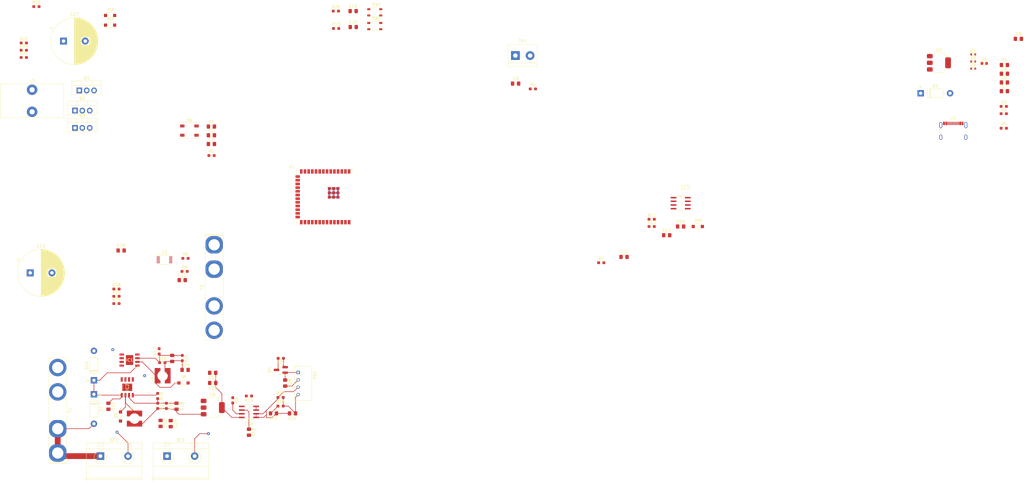
<source format=kicad_pcb>
(kicad_pcb (version 20240108) (generator "pcbnew") (generator_version "8.0")
  (layers (0 "F.Cu" signal) (31 "B.Cu" signal) (34 "B.Paste" user) (35 "F.Paste" user) (36 "B.SilkS" user "B.Silkscreen") (37 "F.SilkS" user "F.Silkscreen") (38 "B.Mask" user) (39 "F.Mask" user) (44 "Edge.Cuts" user))
  (net 0 "")
  (net 1 "GND")
  (net 2 "Net-(BT1-+)")
  (net 3 "CHIP_PU")
  (net 4 "VCC_3V3")
  (net 5 "Net-(D2-K)")
  (net 6 "GPIO18")
  (net 7 "A3")
  (net 8 "Net-(D14-K)")
  (net 9 "A2")
  (net 10 "Net-(C13-Pad1)")
  (net 11 "+12V")
  (net 12 "Net-(U4-FILTER)")
  (net 13 "GPIO0")
  (net 14 "VCC_5V")
  (net 15 "Net-(IC2-FB)")
  (net 16 "Net-(IC1-FB)")
  (net 17 "Net-(Q2-S)")
  (net 18 "Net-(U5-VB)")
  (net 19 "Net-(PS1-+VOUT)")
  (net 20 "Net-(D11-K)")
  (net 21 "Net-(C27-Pad1)")
  (net 22 "Net-(PS1--VIN(GND))")
  (net 23 "A1")
  (net 24 "Net-(D1-A)")
  (net 25 "D-")
  (net 26 "D+")
  (net 27 "Net-(D5-A)")
  (net 29 "RGB")
  (net 30 "Net-(D7-A)")
  (net 31 "Net-(IC2-SW)")
  (net 32 "Net-(IC1-SW)")
  (net 33 "Net-(D11-A)")
  (net 34 "Net-(Q2-G)")
  (net 35 "Net-(U5-HO)")
  (net 36 "Net-(Q3-G)")
  (net 37 "Net-(U5-LO)")
  (net 39 "Net-(J1-CC1)")
  (net 40 "Net-(J1-CC2)")
  (net 42 "Net-(Q1-D)")
  (net 43 "GPIO17")
  (net 44 "Net-(R10-Pad2)")
  (net 45 "Net-(U4-VIOUT)")
  (net 46 "GPIO16")
  (net 47 "GPIO15")
  (net 56 "SCL")
  (net 62 "SDA")
  (net 77 "A0")
  (footprint "Resistor_SMD:R_0603_1608Metric_Pad0.98x0.95mm_HandSolder" (layer "F.Cu") (at 122 143.5 180)
    (property "Reference" "R27")
    (property "Value" "10K" (hide yes))
  )
  (footprint "Package_TO_SOT_THT:TO-220-3_Vertical" (layer "F.Cu") (at 50.96 63.96)
    (property "Reference" "Q3")
    (property "Value" "CSD19505")
  )
  (footprint "Resistor_SMD:R_0603_1608Metric_Pad0.98x0.95mm_HandSolder" (layer "F.Cu") (at 209 50.5)
    (property "Reference" "R4")
    (property "Value" "10K")
  )
  (footprint "footprints:SW_PTS810_SJM_250_SMTR_LFS" (layer "F.Cu") (at 154.425 24.075)
    (property "Reference" "SW1")
    (property "Value" "PTS810_SJM_250_SMTR_LFS")
  )
  (footprint "Capacitor_SMD:C_0805_2012Metric_Pad1.18x1.45mm_HandSolder" (layer "F.Cu") (at 255.19 101.01)
    (property "Reference" "C14")
    (property "Value" "100nF")
  )
  (footprint "footprints:CONV_TBA_1-1212" (layer "F.Cu") (at 129.65 152.19 -90)
    (property "Reference" "PS1")
    (property "Value" "TBA_1-1212")
  )
  (footprint "Resistor_SMD:R_0603_1608Metric_Pad0.98x0.95mm_HandSolder" (layer "F.Cu") (at 65.27 122.09)
    (property "Reference" "R29")
    (property "Value" "1K")
  )
  (footprint "Package_TO_SOT_SMD:SOT-223-3_TabPin2" (layer "F.Cu") (at 349.15 41.5)
    (property "Reference" "U2")
    (property "Value" "AMS1117-3.3")
  )
  (footprint "footprints:SOIC127P600X175-9N" (layer "F.Cu") (at 69 153.5 90)
    (property "Reference" "IC2")
    (property "Value" "XL7005A")
  )
  (footprint "Capacitor_SMD:C_0805_2012Metric_Pad1.18x1.45mm_HandSolder" (layer "F.Cu") (at 111 169 -90)
    (property "Reference" "C15")
    (property "Value" "2.2uF" (hide yes))
  )
  (footprint "Resistor_SMD:R_0603_1608Metric_Pad0.98x0.95mm_HandSolder" (layer "F.Cu") (at 33.295 37.16)
    (property "Reference" "R23")
    (property "Value" "100")
  )
  (footprint "RF_Module:ESP32-S3-WROOM-2" (layer "F.Cu") (at 140.32 87.75 -90)
    (property "Reference" "U1")
    (property "Value" "ESP32-S3-WROOM-2")
  )
  (footprint "Resistor_SMD:R_0603_1608Metric_Pad0.98x0.95mm_HandSolder" (layer "F.Cu") (at 80 141.0875 -90)
    (property "Reference" "R17")
    (property "Value" "1K" (hide yes))
  )
  (footprint "Capacitor_SMD:C_0805_2012Metric_Pad1.18x1.45mm_HandSolder" (layer "F.Cu") (at 80.5 165.9625 -90)
    (property "Reference" "C22")
    (property "Value" "100uF" (hide yes))
  )
  (footprint "Resistor_SMD:R_0603_1608Metric_Pad0.98x0.95mm_HandSolder" (layer "F.Cu") (at 81.0875 145)
    (property "Reference" "R16")
    (property "Value" "15K" (hide yes))
  )
  (footprint "Resistor_SMD:R_0603_1608Metric_Pad0.98x0.95mm_HandSolder" (layer "F.Cu") (at 79.5 159.9125 -90)
    (property "Reference" "R14")
    (property "Value" "15K")
  )
  (footprint "LED_SMD:LED_SK6812_PLCC4_5.0x5.0mm_P3.2mm" (layer "F.Cu") (at 90.45 64.9)
    (property "Reference" "D6")
    (property "Value" "SK6812")
  )
  (footprint "footprints:SODFL3718X102N" (layer "F.Cu") (at 265.925 98)
    (property "Reference" "D10")
    (property "Value" "SS310LW")
  )
  (footprint "Resistor_SMD:R_0603_1608Metric_Pad0.98x0.95mm_HandSolder" (layer "F.Cu") (at 371.53 59.065)
    (property "Reference" "R3")
    (property "Value" "5K1")
  )
  (footprint "footprints:SOIC127P600X175-8N" (layer "F.Cu") (at 260.0169 89.9412)
    (property "Reference" "U5")
    (property "Value" "IR2104")
  )
  (footprint "Resistor_SMD:R_0603_1608Metric_Pad0.98x0.95mm_HandSolder" (layer "F.Cu") (at 121.9125 157 180)
    (property "Reference" "R19")
    (property "Value" "10K" (hide yes))
  )
  (footprint "Capacitor_SMD:C_0805_2012Metric_Pad1.18x1.45mm_HandSolder" (layer "F.Cu") (at 66.88 106.28)
    (property "Reference" "C29")
    (property "Value" "100nF")
  )
  (footprint "Resistor_SMD:R_0603_1608Metric_Pad0.98x0.95mm_HandSolder" (layer "F.Cu") (at 371.53 64.085)
    (property "Reference" "R5")
    (property "Value" "75")
  )
  (footprint "Capacitor_SMD:C_0805_2012Metric_Pad1.18x1.45mm_HandSolder" (layer "F.Cu") (at 147 29.15)
    (property "Reference" "C25")
    (property "Value" "0u1F")
  )
  (footprint "TerminalBlock:TerminalBlock_bornier-2_P5.08mm" (layer "F.Cu") (at 202.96 39)
    (property "Reference" "TH1")
    (property "Value" "Thermistor_NTC")
  )
  (footprint "Resistor_SMD:R_0603_1608Metric_Pad0.98x0.95mm_HandSolder" (layer "F.Cu") (at 65.27 119.58)
    (property "Reference" "R28")
    (property "Value" "47K")
  )
  (footprint "Resistor_SMD:R_0603_1608Metric_Pad0.98x0.95mm_HandSolder" (layer "F.Cu") (at 82.5 159.9125 -90)
    (property "Reference" "R20")
    (property "Value" "15K" (hide yes))
  )
  (footprint "Capacitor_SMD:C_0805_2012Metric_Pad1.18x1.45mm_HandSolder" (layer "F.Cu") (at 84 166.0375 -90)
    (property "Reference" "C24")
    (property "Value" "4.7uF" (hide yes))
  )
  (footprint "footprints:SODFL3718X102N" (layer "F.Cu") (at 63.075 28.5)
    (property "Reference" "D13")
    (property "Value" "SS310LW")
  )
  (footprint "TerminalBlock_MetzConnect:TerminalBlock_MetzConnect_Type703_RT10N02HGLU_1x02_P9.52mm_Horizontal" (layer "F.Cu") (at 82.74 177.25)
    (property "Reference" "BT1")
    (property "Value" "0-50V")
  )
  (footprint "Resistor_SMD:R_0603_1608Metric_Pad0.98x0.95mm_HandSolder" (layer "F.Cu") (at 232.5875 110.51)
    (property "Reference" "R7")
    (property "Value" "100K")
  )
  (footprint "Capacitor_SMD:C_0805_2012Metric_Pad1.18x1.45mm_HandSolder" (layer "F.Cu") (at 98.5 148.5 180)
    (property "Reference" "C17")
    (property "Value" "4.7uF")
  )
  (footprint "footprints:IND_SRR4028-101Y" (layer "F.Cu") (at 81.205 149.5 90)
    (property "Reference" "L2")
    (property "Value" "100uH" (hide yes))
  )
  (footprint "Capacitor_SMD:C_0805_2012Metric_Pad1.18x1.45mm_HandSolder" (layer "F.Cu") (at 98.0375 63.5)
    (property "Reference" "C1")
    (property "Value" "1uF")
  )
  (footprint "Resistor_SMD:R_0603_1608Metric_Pad0.98x0.95mm_HandSolder" (layer "F.Cu") (at 65.27 124.6)
    (property "Reference" "R30")
    (property "Value" "47K")
  )
  (footprint "Capacitor_THT:CP_Radial_D16.0mm_P7.50mm" (layer "F.Cu") (at 47 34)
    (property "Reference" "C27")
    (property "Value" "470uF")
  )
  (footprint "Diode_THT:D_DO-41_SOD81_P10.16mm_Horizontal" (layer "F.Cu") (at 57.5 151.08 90)
    (property "Reference" "D14")
    (property "Value" "1N4007")
  )
  (footprint "Resistor_SMD:R_0603_1608Metric_Pad0.98x0.95mm_HandSolder" (layer "F.Cu") (at 37.645 22.1)
    (property "Reference" "R25")
    (property "Value" "100K")
  )
  (footprint "Resistor_SMD:R_0603_1608Metric_Pad0.98x0.95mm_HandSolder" (layer "F.Cu") (at 141 23.65)
    (property "Reference" "R26")
    (property "Value" "10K")
  )
  (footprint "Inductor_THT:L_Toroid_Vertical_L21.6mm_W11.4mm_P7.62mm_Pulse_KM-3" (layer "F.Cu") (at 36.15 50.8)
    (property "Reference" "L3")
    (property "Value" "60uH")
  )
  (footprint "Diode_SMD:D_SOD-523" (layer "F.Cu") (at 361 41.05)
    (property "Reference" "D3")
    (property "Value" "LESD5D5.0CT1G")
  )
  (footprint "Resistor_SMD:R_0603_1608Metric_Pad0.98x0.95mm_HandSolder" (layer "F.Cu") (at 371.53 56.555)
    (property "Reference" "R2")
    (property "Value" "5K1")
  )
  (footprint "Capacitor_SMD:C_0805_2012Metric_Pad1.18x1.45mm_HandSolder" (layer "F.Cu") (at 86 160.0375 90)
    (property "Reference" "C18")
    (property "Value" "33nF" (hide yes))
  )
  (footprint "Capacitor_SMD:C_0805_2012Metric_Pad1.18x1.45mm_HandSolder" (layer "F.Cu") (at 126.0375 162.5 180)
    (property "Reference" "C21")
    (property "Value" "100nF" (hide yes))
  )
  (footprint "footprints:SW_PTS810_SJM_250_SMTR_LFS" (layer "F.Cu") (at 154.425 28.825)
    (property "Reference" "SW2")
    (property "Value" "PTS810_SJM_250_SMTR_LFS")
  )
  (footprint "Diode_SMD:D_SOD-523" (layer "F.Cu") (at 361 38.6)
    (property "Reference" "D1")
    (property "Value" "LESD5D5.0CT1G")
  )
  (footprint "LED_SMD:LED_0805_2012Metric_Pad1.15x1.40mm_HandSolder" (layer "F.Cu") (at 119.475 162.5 180)
    (property "Reference" "D11")
    (property "Value" "LED" (hide yes))
  )
  (footprint "Capacitor_SMD:C_0805_2012Metric_Pad1.18x1.45mm_HandSolder" (layer "F.Cu") (at 146.9625 23.65)
    (property "Reference" "C16")
    (property "Value" "0u1F")
  )
  (footprint "Capacitor_SMD:C_0805_2012Metric_Pad1.18x1.45mm_HandSolder" (layer "F.Cu") (at 98.0375 69.52)
    (property "Reference" "C3")
    (property "Value" "0u1F")
  )
  (footprint "Capacitor_SMD:C_0805_2012Metric_Pad1.18x1.45mm_HandSolder" (layer "F.Cu") (at 88.9625 147.5)
    (property "Reference" "C23")
    (property "Value" "100uF" (hide yes))
  )
  (footprint "footprints:SOIC127P600X175-8N" (layer "F.Cu") (at 111 162 180)
    (property "Reference" "U4")
    (property "Value" "ACS712ELCTR30AT" (hide yes))
  )
  (footprint "Resistor_SMD:R_0603_1608Metric_Pad0.98x0.95mm_HandSolder" (layer "F.Cu") (at 79.5 156.5 -90)
    (property "Reference" "R15")
    (property "Value" "1K")
  )
  (footprint "Package_TO_SOT_SMD:SOT-23_Handsoldering" (layer "F.Cu") (at 122 147.5 180)
    (property "Reference" "Q4")
    (property "Value" "Si2306" (hide yes))
  )
  (footprint "Capacitor_SMD:C_0805_2012Metric_Pad1.18x1.45mm_HandSolder" (layer "F.Cu") (at 87.9625 116.5)
    (property "Reference" "C12")
    (property "Value" "2.2uF")
  )
  (footprint "Package_TO_SOT_THT:TO-220-3_Vertical" (layer "F.Cu") (at 50.96 58)
    (property "Reference" "Q2")
    (property "Value" "CSD19505")
  )
  (footprint "TerminalBlock_MetzConnect:TerminalBlock_MetzConnect_Type703_RT10N02HGLU_1x02_P9.52mm_Horizontal" (layer "F.Cu") (at 59.74 177.25)
    (property "Reference" "SC1")
    (property "Value" "15V-80V")
  )
  (footprint "Package_SO:TSSOP-10_3x3mm_P0.5mm" (layer "F.Cu") (at 81.85 109.5)
    (property "Reference" "U3")
    (property "Value" "ADS1015IDGS")
  )
  (footprint "Capacitor_SMD:C_0805_2012Metric_Pad1.18x1.45mm_HandSolder" (layer "F.Cu") (at 371.76 42.255)
    (property "Reference" "C4")
    (property "Value" "10uF")
  )
  (footprint "Resistor_SMD:R_0603_1608Metric_Pad0.98x0.95mm_HandSolder" (layer "F.Cu") (at 250 98.01)
    (property "Reference" "R12")
    (property "Value" "10K")
  )
  (footprint "footprints:SOIC127P600X175-9N" (layer "F.Cu") (at 69.788 144.095 180)
    (property "Reference" "IC1")
    (property "Value" "XL7005A")
  )
  (footprint "Capacitor_SMD:C_0805_2012Metric_Pad1.18x1.45mm_HandSolder" (layer "F.Cu") (at 62.5 160.0375 -90)
    (property "Reference" "C11")
    (property "Value" "47uF" (hide yes))
  )
  (footprint "Resistor_SMD:R_0603_1608Metric_Pad0.98x0.95mm_HandSolder" (layer "F.Cu") (at 89.0875 109)
    (property "Reference" "R6")
    (property "Value" "100K")
  )
  (footprint "Resistor_SMD:R_0603_1608Metric_Pad0.98x0.95mm_HandSolder" (layer "F.Cu") (at 111 156.5 180)
    (property "Reference" "R10")
    (property "Value" "10K" (hide yes))
  )
  (footprint "Capacitor_SMD:C_0805_2012Metric_Pad1.18x1.45mm_HandSolder" (layer "F.Cu") (at 260 98)
    (property "Reference" "C20")
    (property "Value" "10uF")
  )
  (footprint "Resistor_SMD:R_0603_1608Metric_Pad0.98x0.95mm_HandSolder" (layer "F.Cu") (at 121.9125 160 180)
    (property "Reference" "R18")
    (property "Value" "10K" (hide yes))
  )
  (footprint "Capacitor_SMD:C_0805_2012Metric_Pad1.18x1.45mm_HandSolder" (layer "F.Cu") (at 240.4625 108.5)
    (property "Reference" "C10")
    (property "Value" "100nF")
  )
  (footprint "Resistor_SMD:R_0603_1608Metric_Pad0.98x0.95mm_HandSolder" (layer "F.Cu") (at 88 143.4125 -90)
    (property "Reference" "R21")
    (property "Value" "15K" (hide yes))
  )
  (footprint "Resistor_SMD:R_0603_1608Metric_Pad0.98x0.95mm_HandSolder" (layer "F.Cu") (at 33.295 39.67)
    (property "Reference" "R24")
    (property "Value" "100K")
  )
  (footprint "Resistor_SMD:R_0603_1608Metric_Pad0.98x0.95mm_HandSolder" (layer "F.Cu") (at 98.0875 73.5)
    (property "Reference" "R1")
    (property "Value" "10K")
  )
  (footprint "Resistor_SMD:R_0603_1608Metric_Pad0.98x0.95mm_HandSolder" (layer "F.Cu") (at 33.295 34.65)
    (property "Reference" "R22")
    (property "Value" "100")
  )
  (footprint "Package_TO_SOT_THT:TO-220-3_Vertical" (layer "F.Cu") (at 52.46 51.04)
    (property "Reference" "Q1")
    (property "Value" "CSD19505")
  )
  (footprint "Capacitor_SMD:C_0805_2012Metric_Pad1.18x1.45mm_HandSolder" (layer "F.Cu") (at 371.76 51.285)
    (property "Reference" "C7")
    (property "Value" "10uF")
  )
  (footprint "LED_SMD:LED_0603_1608Metric" (layer "F.Cu") (at 364.815 41.71)
    (property "Reference" "D5")
    (property "Value" "PWERLED")
  )
  (footprint "Diode_SMD:D_SOD-523" (layer "F.Cu") (at 361 43.5)
    (property "Reference" "D4")
    (property "Value" "LESD5D5.0CT1G")
  )
  (footprint "Diode_THT:D_DO-41_SOD81_P10.16mm_Horizontal" (layer "F.Cu") (at 57.5 155.92 -90)
    (property "Reference" "D7")
    (property "Value" "1N4007")
  )
  (footprint "footprints:SODFL3718X102N" (layer "F.Cu") (at 63.075 25.15)
    (property "Reference" "D12")
    (property "Value" "SS310LW")
  )
  (footprint "Capacitor_THT:CP_Radial_D16.0mm_P7.50mm" (layer "F.Cu") (at 35.5 114)
    (property "Reference" "C13")
    (property "Value" "470uF")
  )
  (footprint "Fuse:Fuseholder_Keystone_3555-2" (layer "F.Cu") (at 99 104.3175 -90)
    (property "Reference" "F2")
    (property "Value" "35A")
  )
  (footprint "Resistor_SMD:R_0603_1608Metric_Pad0.98x0.95mm_HandSolder" (layer "F.Cu") (at 88.7875 113.5)
    (property "Reference" "R8")
    (property "Value" "1K" (hide yes))
  )
  (footprint "Connector_USB:USB_C_Receptacle_GCT_USB4105-xx-A_16P_TopMnt_Horizontal" (layer "F.Cu") (at 354.11 66.105)
    (property "Reference" "J1")
    (property "Value" "USB_C_Receptacle_USB2.0_16P")
  )
  (footprint "Diode_THT:D_DO-41_SOD81_P10.16mm_Horizontal" (layer "F.Cu") (at 342.84 52)
    (property "Reference" "D2")
    (property "Value" "1N5819")
  )
  (footprint "Capacitor_SMD:C_0805_2012Metric_Pad1.18x1.45mm_HandSolder" (layer "F.Cu") (at 98.0375 66.51)
    (property "Reference" "C2")
    (property "Value" "10uF")
  )
  (footprint "Capacitor_SMD:C_0805_2012Metric_Pad1.18x1.45mm_HandSolder" (layer "F.Cu") (at 371.76 48.275)
    (property "Reference" "C6")
    (property "Value" "0u1F")
  )
  (footprint "Capacitor_SMD:C_0805_2012Metric_Pad1.18x1.45mm_HandSolder" (layer "F.Cu") (at 376.57 33.225)
    (property "Reference" "C8")
    (property "Value" "0u1F")
  )
  (footprint "Resistor_SMD:R_0603_1608Metric_Pad0.98x0.95mm_HandSolder" (layer "F.Cu") (at 105.4125 158 -90)
    (property "Reference" "R9")
    (property "Value" "3.3K" (hide yes))
  )
  (footprint "footprints:IND_SRR4028-101Y" (layer "F.Cu") (at 71.5 164.295)
    (property "Reference" "L1")
    (property "Value" "100uH")
  )
  (footprint "footprints:SODFL3718X102N" (layer "F.Cu") (at 66.6625 163.575 -90)
    (property "Reference" "D8")
    (property "Value" "SS310LW" (hide yes))
  )
  (footprint "footprints:SODFL3718X102N" (layer "F.Cu") (at 88.425 152)
    (property "Reference" "D9")
    (property "Value" "SS310LW")
  )
  (footprint "Resistor_SMD:R_0603_1608Metric_Pad0.98x0.95mm_HandSolder" (layer "F.Cu") (at 250 95.5)
    (property "Reference" "R11")
    (property "Value" "10K")
  )
  (footprint "Capacitor_SMD:C_0805_2012Metric_Pad1.18x1.45mm_HandSolder" (layer "F.Cu") (at 203.04 48.66)
    (property "Reference" "C9")
    (property "Value" "100uF")
  )
  (footprint "Resistor_SMD:R_0603_1608Metric_Pad0.98x0.95mm_HandSolder" (layer "F.Cu") (at 141.0875 29.65)
    (property "Reference" "R13")
    (property "Value" "10K")
  )
  (footprint "Capacitor_SMD:C_0805_2012Metric_Pad1.18x1.45mm_HandSolder" (layer "F.Cu") (at 98.5 152 180)
    (property "Reference" "C26")
    (property "Value" "4.7uF" (hide yes))
  )
  (footprint "Fuse:Fuseholder_Keystone_3555-2" (layer "F.Cu") (at 45 176.1825 90)
    (property "Reference" "F1")
    (property "Value" "35A")
  )
  (footprint "Package_TO_SOT_SMD:SOT-223-3_TabPin2" (layer "F.Cu") (at 98.5 160.5)
    (property "Reference" "U6")
    (property "Value" "AMS1117-5.0" (hide yes))
  )
  (footprint "Capacitor_SMD:C_0805_2012Metric_Pad1.18x1.45mm_HandSolder" (layer "F.Cu") (at 123.5 152.0375 -90)
    (property "Reference" "C28")
    (property "Value" "100nF" (hide yes))
  )
  (footprint "Capacitor_SMD:C_0805_2012Metric_Pad1.18x1.45mm_HandSolder" (layer "F.Cu") (at 371.76 45.265)
    (property "Reference" "C5")
    (property "Value" "10uF")
  )
  (footprint "Capacitor_SMD:C_0805_2012Metric_Pad1.18x1.45mm_HandSolder" (layer "F.Cu") (at 84.5 143.5375 90)
    (property "Reference" "C19" (hide yes))
    (property "Value" "33nF" (hide yes))
  )
  (segment (start 121.0875 143.5) (end 121.0875 146.9125) (width 0.2) (layer "F.Cu") (net 1))
  (segment (start 65.5 169) (end 69.26 172.76) (width 0.2) (layer "F.Cu") (net 1))
  (segment (start 97 169.5) (end 94 169.5) (width 0.2) (layer "F.Cu") (net 1))
  (segment (start 121.0875 146.9125) (end 120.5 147.5) (width 0.2) (layer "F.Cu") (net 1))
  (segment (start 78.8755 156.212) (end 79.5 155.5875) (width 0.2) (layer "F.Cu") (net 1))
  (segment (start 69.26 172.76) (end 69.26 177.25) (width 0.2) (layer "F.Cu") (net 1))
  (segment (start 94 169.5) (end 92.26 171.24) (width 0.2) (layer "F.Cu") (net 1))
  (segment (start 92.26 171.24) (end 92.26 177.25) (width 0.2) (layer "F.Cu") (net 1))
  (segment (start 70.905 156.212) (end 78.8755 156.212) (width 0.2) (layer "F.Cu") (net 1))
  (via (at 75 149.5) (size 1) (drill 0.4) (layers "F.Cu" "B.Cu") (net 1))
  (via (at 64 140.5) (size 1) (drill 0.4) (layers "F.Cu" "B.Cu") (net 1))
  (via (at 97 169.5) (size 1) (drill 0.4) (layers "F.Cu" "B.Cu") (net 1))
  (via (at 65.5 169) (size 1) (drill 0.4) (layers "F.Cu" "B.Cu") (net 1))
  (segment (start 85.175 144.325) (end 88 144.325) (width 0.2) (layer "F.Cu") (net 4))
  (segment (start 82 145) (end 82 148) (width 0.2) (layer "F.Cu") (net 4))
  (segment (start 82 148) (end 83.5 149.5) (width 0.2) (layer "F.Cu") (net 4))
  (segment (start 84.5 144.575) (end 82.425 144.575) (width 0.2) (layer "F.Cu") (net 4))
  (segment (start 82.425 144.575) (end 82 145) (width 0.2) (layer "F.Cu") (net 4))
  (segment (start 84.925 144.575) (end 85.175 144.325) (width 0.2) (layer "F.Cu") (net 4))
  (segment (start 88 147.425) (end 87.925 147.5) (width 0.2) (layer "F.Cu") (net 4))
  (segment (start 88 144.325) (end 88 147.425) (width 0.2) (layer "F.Cu") (net 4))
  (segment (start 84.5 144.575) (end 84.925 144.575) (width 0.2) (layer "F.Cu") (net 4))
  (segment (start 57.5 151.08) (end 59.5 151.08) (width 0.2) (layer "F.Cu") (net 8))
  (segment (start 64 157.5) (end 62.5 159) (width 0.2) (layer "F.Cu") (net 8))
  (segment (start 67.095 156.905) (end 66.5 157.5) (width 0.2) (layer "F.Cu") (net 8))
  (segment (start 67.095 156.212) (end 67.095 156.905) (width 0.2) (layer "F.Cu") (net 8))
  (segment (start 67.095 156.212) (end 66.788 156.212) (width 0.2) (layer "F.Cu") (net 8))
  (segment (start 57.792 156.212) (end 57.5 155.92) (width 0.2) (layer "F.Cu") (net 8))
  (segment (start 62.08 148.5) (end 70 148.5) (width 0.2) (layer "F.Cu") (net 8))
  (segment (start 66.5 157.5) (end 64 157.5) (width 0.2) (layer "F.Cu") (net 8))
  (segment (start 59.5 151.08) (end 62.08 148.5) (width 0.2) (layer "F.Cu") (net 8))
  (segment (start 57.5 155.92) (end 57.5 151.08) (width 0.2) (layer "F.Cu") (net 8))
  (segment (start 70 148.5) (end 72.5 146) (width 0.2) (layer "F.Cu") (net 8))
  (segment (start 67.095 156.212) (end 57.792 156.212) (width 0.2) (layer "F.Cu") (net 8))
  (segment (start 113.4638 160.095) (end 113.4638 161.365) (width 0.2) (layer "F.Cu") (net 10))
  (segment (start 86.8 162.8) (end 95.35 162.8) (width 0.2) (layer "F.Cu") (net 11))
  (segment (start 73.735 166.59) (end 79.5 160.825) (width 0.2) (layer "F.Cu") (net 11))
  (segment (start 82.5 160.825) (end 79.5 160.825) (width 0.2) (layer "F.Cu") (net 11))
  (segment (start 128 150.92) (end 125.845 153.075) (width 0.2) (layer "F.Cu") (net 11))
  (segment (start 83.325 160.825) (end 83.575 161.075) (width 0.2) (layer "F.Cu") (net 11))
  (segment (start 86 161.075) (end 86 162) (width 0.2) (layer "F.Cu") (net 11))
  (segment (start 125.845 153.075) (end 123.5 153.075) (width 0.2) (layer "F.Cu") (net 11))
  (segment (start 82.5 160.825) (end 83.325 160.825) (width 0.2) (layer "F.Cu") (net 11))
  (segment (start 86 162) (end 86.8 162.8) (width 0.2) (layer "F.Cu") (net 11))
  (segment (start 71.5 166.59) (end 73.735 166.59) (width 0.2) (layer "F.Cu") (net 11))
  (segment (start 83.575 161.075) (end 86 161.075) (width 0.2) (layer "F.Cu") (net 11))
  (segment (start 111 162) (end 111 167.9625) (width 0.2) (layer "F.Cu") (net 12))
  (segment (start 110.365 161.365) (end 111 162) (width 0.2) (layer "F.Cu") (net 12))
  (segment (start 108.5362 161.365) (end 110.365 161.365) (width 0.2) (layer "F.Cu") (net 12))
  (segment (start 101.65 160.5) (end 105.055 163.905) (width 0.2) (layer "F.Cu") (net 14))
  (segment (start 101.65 155.65) (end 101.65 160.5) (width 0.2) (layer "F.Cu") (net 14))
  (segment (start 99.5375 148.5) (end 99.5375 152) (width 0.2) (layer "F.Cu") (net 14))
  (segment (start 99.5375 153.5375) (end 101.65 155.65) (width 0.2) (layer "F.Cu") (net 14))
  (segment (start 105.055 163.905) (end 108.5362 163.905) (width 0.2) (layer "F.Cu") (net 14))
  (segment (start 99.5375 152) (end 99.5375 153.5375) (width 0.2) (layer "F.Cu") (net 14))
  (segment (start 71.4605 159) (end 69.635 157.1745) (width 0.2) (layer "F.Cu") (net 15))
  (segment (start 69.635 157.1745) (end 69.635 156.212) (width 0.2) (layer "F.Cu") (net 15))
  (segment (start 82.5 159) (end 79.5 159) (width 0.2) (layer "F.Cu") (net 15))
  (segment (start 79.5 159) (end 79.5 157.4125) (width 0.2) (layer "F.Cu") (net 15))
  (segment (start 82.5 159) (end 86 159) (width 0.2) (layer "F.Cu") (net 15))
  (segment (start 79.5 159) (end 71.4605 159) (width 0.2) (layer "F.Cu") (net 15))
  (segment (start 80.175 142) (end 80.175 145) (width 0.2) (layer "F.Cu") (net 16))
  (segment (start 72.5 143.46) (end 78.635 143.46) (width 0.2) (layer "F.Cu") (net 16))
  (segment (start 78.635 143.46) (end 80.175 145) (width 0.2) (layer "F.Cu") (net 16))
  (segment (start 84.5 142.5) (end 80.5 142.5) (width 0.2) (layer "F.Cu") (net 16))
  (segment (start 80.5 142.5) (end 80 142) (width 0.2) (layer "F.Cu") (net 16))
  (segment (start 84.5 142.5) (end 88 142.5) (width 0.2) (layer "F.Cu") (net 16))
  (segment (start 122.825 157) (end 122.825 160) (width 0.2) (layer "F.Cu") (net 19))
  (segment (start 124.575 160) (end 127.075 162.5) (width 0.2) (layer "F.Cu") (net 19))
  (segment (start 127.075 162.5) (end 127.075 156.925) (width 0.2) (layer "F.Cu") (net 19))
  (segment (start 122.825 160) (end 124.575 160) (width 0.2) (layer "F.Cu") (net 19))
  (segment (start 127.075 156.925) (end 128 156) (width 0.2) (layer "F.Cu") (net 19))
  (segment (start 113.4638 162.635) (end 115.865 162.635) (width 0.2) (layer "F.Cu") (net 20))
  (segment (start 120.5 162.5) (end 119 164) (width 0.2) (layer "F.Cu") (net 20))
  (segment (start 113.4638 163.905) (end 113.4638 162.635) (width 0.2) (layer "F.Cu") (net 20))
  (segment (start 117 163) (end 117 161.5) (width 0.2) (layer "F.Cu") (net 20))
  (segment (start 125 162.5) (end 120.5 162.5) (width 0.2) (layer "F.Cu") (net 20))
  (segment (start 113.4638 163.905) (end 116.095 163.905) (width 0.2) (layer "F.Cu") (net 20))
  (segment (start 121 157.5) (end 121 157) (width 0.2) (layer "F.Cu") (net 20))
  (segment (start 116.095 163.905) (end 117 163) (width 0.2) (layer "F.Cu") (net 20))
  (segment (start 117 161.5) (end 121 157.5) (width 0.2) (layer "F.Cu") (net 20))
  (segment (start 123 155) (end 121 157) (width 0.2) (layer "F.Cu") (net 20))
  (segment (start 126.46 155) (end 123 155) (width 0.2) (layer "F.Cu") (net 20))
  (segment (start 119 164) (end 117 164) (width 0.2) (layer "F.Cu") (net 20))
  (segment (start 115.865 162.635) (end 117 161.5) (width 0.2) (layer "F.Cu") (net 20))
  (segment (start 128 153.46) (end 126.46 155) (width 0.2) (layer "F.Cu") (net 20))
  (segment (start 117 164) (end 117 163) (width 0.2) (layer "F.Cu") (net 20))
  (segment (start 128 148.38) (end 123.57 148.38) (width 0.2) (layer "F.Cu") (net 22))
  (segment (start 123.57 148.38) (end 123.5 148.45) (width 0.2) (layer "F.Cu") (net 22))
  (segment (start 123.5 151) (end 123.5 148.45) (width 0.2) (layer "F.Cu") (net 22))
  (segment (start 45 167.7825) (end 55.7975 167.7825) (width 0.2) (layer "F.Cu") (net 30))
  (segment (start 55.7975 167.7825) (end 57.5 166.08) (width 0.2) (layer "F.Cu") (net 30))
  (segment (start 45 176.1825) (end 45 167.7825) (width 2) (layer "F.Cu") (net 30))
  (segment (start 46.0675 177.25) (end 45 176.1825) (width 0.2) (layer "F.Cu") (net 30))
  (segment (start 59.74 177.25) (end 46.0675 177.25) (width 2) (layer "F.Cu") (net 30))
  (segment (start 66.6625 162) (end 68.365 160.2975) (width 0.2) (layer "F.Cu") (net 31))
  (segment (start 68.365 158.865) (end 71.5 162) (width 0.2) (layer "F.Cu") (net 31))
  (segment (start 68.365 160.2975) (end 68.365 156.212) (width 0.2) (layer "F.Cu") (net 31))
  (segment (start 68.365 156.212) (end 68.365 158.865) (width 0.2) (layer "F.Cu") (net 31))
  (segment (start 72.5 144.73) (end 74.14 144.73) (width 0.2) (layer "F.Cu") (net 32))
  (segment (start 85.5 152) (end 84 153.5) (width 0.2) (layer "F.Cu") (net 32))
  (segment (start 74.14 144.73) (end 78.91 149.5) (width 0.2) (layer "F.Cu") (net 32))
  (segment (start 78.91 149.5) (end 78.91 152.155) (width 0.2) (layer "F.Cu") (net 32))
  (segment (start 86.85 152) (end 85.5 152) (width 0.2) (layer "F.Cu") (net 32))
  (segment (start 78.91 152.155) (end 80.255 153.5) (width 0.2) (layer "F.Cu") (net 32))
  (segment (start 80.255 153.5) (end 84 153.5) (width 0.2) (layer "F.Cu") (net 32))
  (segment (start 118.5 162.5) (end 121 160) (width 0.2) (layer "F.Cu") (net 33))
  (segment (start 118.45 162.5) (end 118.5 162.5) (width 0.2) (layer "F.Cu") (net 33))
  (segment (start 123.5 146.55) (end 122.9125 145.9625) (width 0.2) (layer "F.Cu") (net 43))
  (segment (start 122.9125 145.9625) (end 122.9125 143.5) (width 0.2) (layer "F.Cu") (net 43))
  (segment (start 105.4125 161.4125) (end 106.635 162.635) (width 0.2) (layer "F.Cu") (net 45))
  (segment (start 106.635 162.635) (end 108.5362 162.635) (width 0.2) (layer "F.Cu") (net 45))
  (segment (start 105.4125 158.9125) (end 105.4125 161.4125) (width 0.2) (layer "F.Cu") (net 45))
)
</source>
